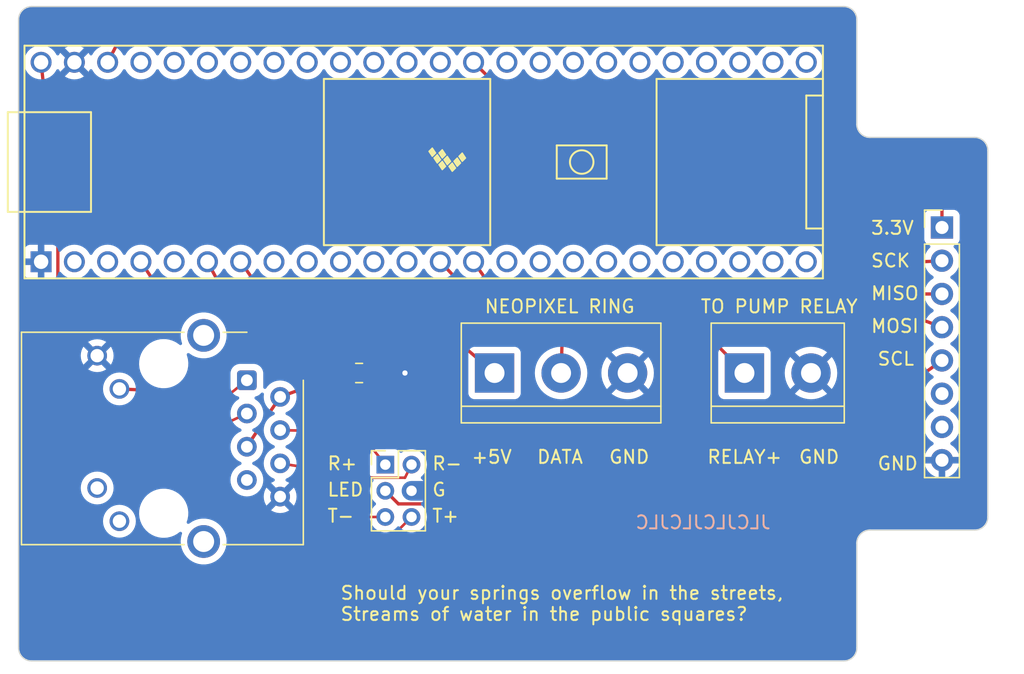
<source format=kicad_pcb>
(kicad_pcb (version 20221018) (generator pcbnew)
  (layers (0 "F.Cu" signal) (31 "B.Cu" signal) (34 "B.Paste" user) (35 "F.Paste" user) (36 "B.SilkS" user "B.Silkscreen") (37 "F.SilkS" user "F.Silkscreen") (38 "B.Mask" user) (39 "F.Mask" user) (44 "Edge.Cuts" user))
  (net 0 "")
  (net 1 "GND")
  (net 2 "Net-(C1-Pad2)")
  (net 3 "+3.3V")
  (net 4 "/SCK")
  (net 5 "/MISO")
  (net 6 "/MOSI")
  (net 7 "/SCL")
  (net 10 "/TX+")
  (net 11 "/TX-")
  (net 12 "/RX+")
  (net 13 "/RX-")
  (net 15 "/LED")
  (net 18 "+5V")
  (net 19 "/NEOPIXEL")
  (net 20 "/RELAY")
  (footprint "Capacitor_SMD:C_0805_2012Metric_Pad1.18x1.45mm_HandSolder" (layer "F.Cu") (at 125.5 65.5 180)
    (fp_text reference "C1" hide)
    (fp_text value "0.1uF")
    (fp_line (start -0.261252 -0.735) (end 0.261252 -0.735) (stroke (width 0.12)) (layer "F.SilkS"))
    (fp_line (start -0.261252 0.735) (end 0.261252 0.735) (stroke (width 0.12)) (layer "F.SilkS"))
    (pad "1" smd roundrect (at -1.0375 0 180) (size 1.175 1.45) (layers "F.Cu" "F.Paste" "F.Mask") (roundrect_rratio 0.2127659574) (net 1 "GND"))
    (pad "2" smd roundrect (at 1.0375 0 180) (size 1.175 1.45) (layers "F.Cu" "F.Paste" "F.Mask") (roundrect_rratio 0.2127659574) (net 2 "Net-(C1-Pad2)"))
  )
  (footprint "TerminalBlock:TerminalBlock_bornier-3_P5.08mm" (layer "F.Cu") (at 135.84 65.5)
    (fp_text reference "J4" hide)
    (fp_text value "Neopixel")
    (fp_line (start -2.54 -3.81) (end 12.7 -3.81) (stroke (width 0.12)) (layer "F.SilkS"))
    (fp_line (start -2.54 2.54) (end 12.7 2.54) (stroke (width 0.12)) (layer "F.SilkS"))
    (fp_line (start -2.54 3.81) (end -2.54 -3.81) (stroke (width 0.12)) (layer "F.SilkS"))
    (fp_line (start -2.54 3.81) (end 12.7 3.81) (stroke (width 0.12)) (layer "F.SilkS"))
    (fp_line (start 12.7 3.81) (end 12.7 -3.81) (stroke (width 0.12)) (layer "F.SilkS"))
    (pad "1" thru_hole rect (at 0 0) (size 3 3) (drill 1.52) (layers "*.Cu" "*.Mask") (net 18 "+5V"))
    (pad "2" thru_hole circle (at 5.08 0) (size 3 3) (drill 1.52) (layers "*.Cu" "*.Mask") (net 19 "/NEOPIXEL"))
    (pad "3" thru_hole circle (at 10.16 0) (size 3 3) (drill 1.52) (layers "*.Cu" "*.Mask") (net 1 "GND"))
  )
  (footprint "Joels KiCad Footprint Library:Teensy41_Minimal" (layer "F.Cu") (at 130.43 49.38)
    (fp_text reference "U1" hide)
    (fp_text value "Teensy4.1_Minimal" hide)
    (fp_line (start -31.75 -3.81) (end -30.48 -3.81) (stroke (width 0.15)) (layer "F.SilkS"))
    (fp_line (start -31.75 3.81) (end -31.75 -3.81) (stroke (width 0.15)) (layer "F.SilkS"))
    (fp_line (start -30.48 -8.89) (end 30.48 -8.89) (stroke (width 0.15)) (layer "F.SilkS"))
    (fp_line (start -30.48 3.81) (end -31.75 3.81) (stroke (width 0.15)) (layer "F.SilkS"))
    (fp_line (start -30.48 8.89) (end -30.48 -8.89) (stroke (width 0.15)) (layer "F.SilkS"))
    (fp_line (start -25.4 -3.81) (end -30.48 -3.81) (stroke (width 0.15)) (layer "F.SilkS"))
    (fp_line (start -25.4 3.81) (end -30.48 3.81) (stroke (width 0.15)) (layer "F.SilkS"))
    (fp_line (start -25.4 3.81) (end -25.4 -3.81) (stroke (width 0.15)) (layer "F.SilkS"))
    (fp_line (start -7.62 -6.35) (end -7.62 6.35) (stroke (width 0.15)) (layer "F.SilkS"))
    (fp_line (start -7.62 6.35) (end 5.08 6.35) (stroke (width 0.15)) (layer "F.SilkS"))
    (fp_line (start 5.08 -6.35) (end -7.62 -6.35) (stroke (width 0.15)) (layer "F.SilkS"))
    (fp_line (start 5.08 6.35) (end 5.08 -6.35) (stroke (width 0.15)) (layer "F.SilkS"))
    (fp_line (start 10.16 -1.27) (end 13.97 -1.27) (stroke (width 0.15)) (layer "F.SilkS"))
    (fp_line (start 10.16 1.27) (end 10.16 -1.27) (stroke (width 0.15)) (layer "F.SilkS"))
    (fp_line (start 13.97 -1.27) (end 13.97 1.27) (stroke (width 0.15)) (layer "F.SilkS"))
    (fp_line (start 13.97 1.27) (end 10.16 1.27) (stroke (width 0.15)) (layer "F.SilkS"))
    (fp_line (start 17.78 -6.35) (end 17.78 6.35) (stroke (width 0.15)) (layer "F.SilkS"))
    (fp_line (start 17.78 6.35) (end 30.48 6.35) (stroke (width 0.15)) (layer "F.SilkS"))
    (fp_line (start 29.21 -5.08) (end 29.21 5.08) (stroke (width 0.15)) (layer "F.SilkS"))
    (fp_line (start 29.21 5.08) (end 30.48 5.08) (stroke (width 0.15)) (layer "F.SilkS"))
    (fp_line (start 30.48 -8.89) (end 30.48 8.89) (stroke (width 0.15)) (layer "F.SilkS"))
    (fp_line (start 30.48 -6.35) (end 17.78 -6.35) (stroke (width 0.15)) (layer "F.SilkS"))
    (fp_line (start 30.48 -5.08) (end 29.21 -5.08) (stroke (width 0.15)) (layer "F.SilkS"))
    (fp_line (start 30.48 8.89) (end -30.48 8.89) (stroke (width 0.15)) (layer "F.SilkS"))
    (fp_circle (center 12.065 0) (end 12.7 -0.635) (stroke (width 0.15)) (fill none) (layer "F.SilkS"))
    (fp_poly (pts (xy 0.911 -0.688) (xy 0.657 -0.434) (xy 0.403 -0.815) (xy 0.657 -1.069)) (stroke (width 0.1)) (fill solid) (layer "F.SilkS"))
    (fp_poly (pts (xy 1.292 -0.18) (xy 1.038 0.074) (xy 0.784 -0.307) (xy 1.038 -0.561)) (stroke (width 0.1)) (fill solid) (layer "F.SilkS"))
    (fp_poly (pts (xy 1.673 -0.561) (xy 1.419 -0.307) (xy 1.165 -0.688) (xy 1.419 -0.942)) (stroke (width 0.1)) (fill solid) (layer "F.SilkS"))
    (fp_poly (pts (xy 1.673 0.328) (xy 1.419 0.582) (xy 1.165 0.201) (xy 1.419 -0.053)) (stroke (width 0.1)) (fill solid) (layer "F.SilkS"))
    (fp_poly (pts (xy 2.054 -0.053) (xy 1.8 0.201) (xy 1.546 -0.18) (xy 1.8 -0.434)) (stroke (width 0.1)) (fill solid) (layer "F.SilkS"))
    (fp_poly (pts (xy 2.435 0.455) (xy 2.181 0.709) (xy 1.927 0.328) (xy 2.181 0.074)) (stroke (width 0.1)) (fill solid) (layer "F.SilkS"))
    (fp_poly (pts (xy 2.816 0.074) (xy 2.562 0.328) (xy 2.308 -0.053) (xy 2.562 -0.307)) (stroke (width 0.1)) (fill solid) (layer "F.SilkS"))
    (fp_poly (pts (xy 3.197 -0.307) (xy 2.943 -0.053) (xy 2.689 -0.434) (xy 2.943 -0.688)) (stroke (width 0.1)) (fill solid) (layer "F.SilkS"))
    (pad "1" thru_hole rect (at -29.21 7.62) (size 1.6 1.6) (drill 1.1) (layers "*.Cu" "*.Mask") (net 1 "GND"))
    (pad "2" thru_hole circle (at -26.67 7.62) (size 1.6 1.6) (drill 1.1) (layers "*.Cu" "*.Mask"))
    (pad "3" thru_hole circle (at -24.13 7.62) (size 1.6 1.6) (drill 1.1) (layers "*.Cu" "*.Mask"))
    (pad "4" thru_hole circle (at -21.59 7.62) (size 1.6 1.6) (drill 1.1) (layers "*.Cu" "*.Mask") (net 7 "/SCL"))
    (pad "5" thru_hole circle (at -19.05 7.62) (size 1.6 1.6) (drill 1.1) (layers "*.Cu" "*.Mask"))
    (pad "6" thru_hole circle (at -16.51 7.62) (size 1.6 1.6) (drill 1.1) (layers "*.Cu" "*.Mask") (net 19 "/NEOPIXEL"))
    (pad "7" thru_hole circle (at -13.97 7.62) (size 1.6 1.6) (drill 1.1) (layers "*.Cu" "*.Mask") (net 20 "/RELAY"))
    (pad "8" thru_hole circle (at -11.43 7.62) (size 1.6 1.6) (drill 1.1) (layers "*.Cu" "*.Mask"))
    (pad "9" thru_hole circle (at -8.89 7.62) (size 1.6 1.6) (drill 1.1) (layers "*.Cu" "*.Mask"))
    (pad "10" thru_hole circle (at -6.35 7.62) (size 1.6 1.6) (drill 1.1) (layers "*.Cu" "*.Mask"))
    (pad "11" thru_hole circle (at -3.81 7.62) (size 1.6 1.6) (drill 1.1) (layers "*.Cu" "*.Mask"))
    (pad "12" thru_hole circle (at -1.27 7.62) (size 1.6 1.6) (drill 1.1) (layers "*.Cu" "*.Mask"))
    (pad "13" thru_hole circle (at 1.27 7.62) (size 1.6 1.6) (drill 1.1) (layers "*.Cu" "*.Mask") (net 6 "/MOSI"))
    (pad "14" thru_hole circle (at 3.81 7.62) (size 1.6 1.6) (drill 1.1) (layers "*.Cu" "*.Mask") (net 5 "/MISO"))
    (pad "15" thru_hole circle (at 6.35 7.62) (size 1.6 1.6) (drill 1.1) (layers "*.Cu" "*.Mask"))
    (pad "16" thru_hole circle (at 8.89 7.62) (size 1.6 1.6) (drill 1.1) (layers "*.Cu" "*.Mask"))
    (pad "17" thru_hole circle (at 11.43 7.62) (size 1.6 1.6) (drill 1.1) (layers "*.Cu" "*.Mask"))
    (pad "18" thru_hole circle (at 13.97 7.62) (size 1.6 1.6) (drill 1.1) (layers "*.Cu" "*.Mask"))
    (pad "19" thru_hole circle (at 16.51 7.62) (size 1.6 1.6) (drill 1.1) (layers "*.Cu" "*.Mask"))
    (pad "20" thru_hole circle (at 19.05 7.62) (size 1.6 1.6) (drill 1.1) (layers "*.Cu" "*.Mask"))
    (pad "21" thru_hole circle (at 21.59 7.62) (size 1.6 1.6) (drill 1.1) (layers "*.Cu" "*.Mask"))
    (pad "22" thru_hole circle (at 24.13 7.62) (size 1.6 1.6) (drill 1.1) (layers "*.Cu" "*.Mask"))
    (pad "23" thru_hole circle (at 26.67 7.62) (size 1.6 1.6) (drill 1.1) (layers "*.Cu" "*.Mask"))
    (pad "24" thru_hole circle (at 29.21 7.62) (size 1.6 1.6) (drill 1.1) (layers "*.Cu" "*.Mask"))
    (pad "25" thru_hole circle (at 29.21 -7.62) (size 1.6 1.6) (drill 1.1) (layers "*.Cu" "*.Mask"))
    (pad "26" thru_hole circle (at 26.67 -7.62) (size 1.6 1.6) (drill 1.1) (layers "*.Cu" "*.Mask"))
    (pad "27" thru_hole circle (at 24.13 -7.62) (size 1.6 1.6) (drill 1.1) (layers "*.Cu" "*.Mask"))
    (pad "28" thru_hole circle (at 21.59 -7.62) (size 1.6 1.6) (drill 1.1) (layers "*.Cu" "*.Mask"))
    (pad "29" thru_hole circle (at 19.05 -7.62) (size 1.6 1.6) (drill 1.1) (layers "*.Cu" "*.Mask"))
    (pad "30" thru_hole circle (at 16.51 -7.62) (size 1.6 1.6) (drill 1.1) (layers "*.Cu" "*.Mask"))
    (pad "31" thru_hole circle (at 13.97 -7.62) (size 1.6 1.6) (drill 1.1) (layers "*.Cu" "*.Mask"))
    (pad "32" thru_hole circle (at 11.43 -7.62) (size 1.6 1.6) (drill 1.1) (layers "*.Cu" "*.Mask"))
    (pad "33" thru_hole circle (at 8.89 -7.62) (size 1.6 1.6) (drill 1.1) (layers "*.Cu" "*.Mask"))
    (pad "34" thru_hole circle (at 6.35 -7.62) (size 1.6 1.6) (drill 1.1) (layers "*.Cu" "*.Mask"))
    (pad "35" thru_hole circle (at 3.81 -7.62) (size 1.6 1.6) (drill 1.1) (layers "*.Cu" "*.Mask") (net 4 "/SCK"))
    (pad "36" thru_hole circle (at 1.27 -7.62) (size 1.6 1.6) (drill 1.1) (layers "*.Cu" "*.Mask"))
    (pad "37" thru_hole circle (at -1.27 -7.62) (size 1.6 1.6) (drill 1.1) (layers "*.Cu" "*.Mask"))
    (pad "38" thru_hole circle (at -3.81 -7.62) (size 1.6 1.6) (drill 1.1) (layers "*.Cu" "*.Mask"))
    (pad "39" thru_hole circle (at -6.35 -7.62) (size 1.6 1.6) (drill 1.1) (layers "*.Cu" "*.Mask"))
    (pad "40" thru_hole circle (at -8.89 -7.62) (size 1.6 1.6) (drill 1.1) (layers "*.Cu" "*.Mask"))
    (pad "41" thru_hole circle (at -11.43 -7.62) (size 1.6 1.6) (drill 1.1) (layers "*.Cu" "*.Mask"))
    (pad "42" thru_hole circle (at -13.97 -7.62) (size 1.6 1.6) (drill 1.1) (layers "*.Cu" "*.Mask"))
    (pad "43" thru_hole circle (at -16.51 -7.62) (size 1.6 1.6) (drill 1.1) (layers "*.Cu" "*.Mask"))
    (pad "44" thru_hole circle (at -19.05 -7.62) (size 1.6 1.6) (drill 1.1) (layers "*.Cu" "*.Mask"))
    (pad "45" thru_hole circle (at -21.59 -7.62) (size 1.6 1.6) (drill 1.1) (layers "*.Cu" "*.Mask"))
    (pad "46" thru_hole circle (at -24.13 -7.62) (size 1.6 1.6) (drill 1.1) (layers "*.Cu" "*.Mask") (net 3 "+3.3V"))
    (pad "47" thru_hole circle (at -26.67 -7.62) (size 1.6 1.6) (drill 1.1) (layers "*.Cu" "*.Mask") (net 1 "GND"))
    (pad "48" thru_hole circle (at -29.21 -7.62) (size 1.6 1.6) (drill 1.1) (layers "*.Cu" "*.Mask") (net 18 "+5V"))
  )
  (footprint "Connector_PinHeader_2.00mm:PinHeader_2x03_P2.00mm_Vertical" (layer "F.Cu") (at 127.5 72.5)
    (fp_text reference "J3" hide)
    (fp_text value "Conn_02x03_Counter_Clockwise")
    (fp_line (start -1.06 -1.06) (end 0 -1.06) (stroke (width 0.12)) (layer "F.SilkS"))
    (fp_line (start -1.06 0) (end -1.06 -1.06) (stroke (width 0.12)) (layer "F.SilkS"))
    (fp_line (start -1.06 1) (end -1.06 5.06) (stroke (width 0.12)) (layer "F.SilkS"))
    (fp_line (start -1.06 1) (end 1 1) (stroke (width 0.12)) (layer "F.SilkS"))
    (fp_line (start -1.06 5.06) (end 3.06 5.06) (stroke (width 0.12)) (layer "F.SilkS"))
    (fp_line (start 1 -1.06) (end 3.06 -1.06) (stroke (width 0.12)) (layer "F.SilkS"))
    (fp_line (start 1 1) (end 1 -1.06) (stroke (width 0.12)) (layer "F.SilkS"))
    (fp_line (start 3.06 -1.06) (end 3.06 5.06) (stroke (width 0.12)) (layer "F.SilkS"))
    (pad "1" thru_hole rect (at 0 0) (size 1.35 1.35) (drill 0.8) (layers "*.Cu" "*.Mask") (net 12 "/RX+"))
    (pad "2" thru_hole oval (at 2 0) (size 1.35 1.35) (drill 0.8) (layers "*.Cu" "*.Mask") (net 13 "/RX-"))
    (pad "3" thru_hole oval (at 0 2) (size 1.35 1.35) (drill 0.8) (layers "*.Cu" "*.Mask") (net 15 "/LED"))
    (pad "4" thru_hole oval (at 2 2) (size 1.35 1.35) (drill 0.8) (layers "*.Cu" "*.Mask") (net 1 "GND"))
    (pad "5" thru_hole oval (at 0 4) (size 1.35 1.35) (drill 0.8) (layers "*.Cu" "*.Mask") (net 11 "/TX-"))
    (pad "6" thru_hole oval (at 2 4) (size 1.35 1.35) (drill 0.8) (layers "*.Cu" "*.Mask") (net 10 "/TX+"))
  )
  (footprint "Connector_RJ:RJ45_Cetus_J1B1211CCD_Horizontal" (layer "F.Cu") (at 116.93 66.055 -90)
    (fp_text reference "J2" hide)
    (fp_text value "RJ45_LED_Shielded")
    (fp_line (start -3.67 0) (end -3.67 1.81) (stroke (width 0.12)) (layer "F.SilkS"))
    (fp_line (start -3.67 4.8) (end -3.67 17.21) (stroke (width 0.12)) (layer "F.SilkS"))
    (fp_line (start 0 -4.31) (end 12.56 -4.31) (stroke (width 0.12)) (layer "F.SilkS"))
    (fp_line (start 12.56 -4.31) (end 12.56 1.81) (stroke (width 0.12)) (layer "F.SilkS"))
    (fp_line (start 12.56 4.79) (end 12.56 17.21) (stroke (width 0.12)) (layer "F.SilkS"))
    (fp_line (start 12.56 17.21) (end -3.67 17.21) (stroke (width 0.12)) (layer "F.SilkS"))
    (pad "" np_thru_hole circle (at -1.27 6.35 270) (size 3.25 3.25) (drill 3.25) (layers "*.Cu" "*.Mask"))
    (pad "" np_thru_hole circle (at 10.16 6.35 270) (size 3.25 3.25) (drill 3.25) (layers "*.Cu" "*.Mask"))
    (pad "1" thru_hole roundrect (at 0 0 270) (size 1.5 1.5) (drill 0.9) (layers "*.Cu" "*.Mask") (roundrect_rratio 0.167) (net 10 "/TX+"))
    (pad "2" thru_hole circle (at 1.27 -2.54 270) (size 1.5 1.5) (drill 0.9) (layers "*.Cu" "*.Mask") (net 2 "Net-(C1-Pad2)"))
    (pad "3" thru_hole circle (at 2.54 0 270) (size 1.5 1.5) (drill 0.9) (layers "*.Cu" "*.Mask") (net 11 "/TX-"))
    (pad "4" thru_hole circle (at 3.81 -2.54 270) (size 1.5 1.5) (drill 0.9) (layers "*.Cu" "*.Mask") (net 12 "/RX+"))
    (pad "5" thru_hole circle (at 5.08 0 270) (size 1.5 1.5) (drill 0.9) (layers "*.Cu" "*.Mask") (net 2 "Net-(C1-Pad2)"))
    (pad "6" thru_hole circle (at 6.35 -2.54 270) (size 1.5 1.5) (drill 0.9) (layers "*.Cu" "*.Mask") (net 13 "/RX-"))
    (pad "7" thru_hole circle (at 7.62 0 270) (size 1.5 1.5) (drill 0.9) (layers "*.Cu" "*.Mask"))
    (pad "8" thru_hole circle (at 8.89 -2.54 270) (size 1.5 1.5) (drill 0.9) (layers "*.Cu" "*.Mask") (net 1 "GND"))
    (pad "9" thru_hole circle (at -1.88 11.43 270) (size 1.5 1.5) (drill 1.02) (layers "*.Cu" "*.Mask") (net 1 "GND"))
    (pad "10" thru_hole circle (at 0.66 9.73 270) (size 1.5 1.5) (drill 1.02) (layers "*.Cu" "*.Mask") (net 15 "/LED"))
    (pad "11" thru_hole circle (at 8.23 11.43 270) (size 1.5 1.5) (drill 1.02) (layers "*.Cu" "*.Mask"))
    (pad "12" thru_hole circle (at 10.77 9.73 270) (size 1.5 1.5) (drill 1.02) (layers "*.Cu" "*.Mask"))
    (pad "13" thru_hole circle (at -3.43 3.3 270) (size 2.5 2.5) (drill 1.6) (layers "*.Cu" "*.Mask"))
    (pad "13" thru_hole circle (at 12.32 3.3 270) (size 2.5 2.5) (drill 1.6) (layers "*.Cu" "*.Mask"))
  )
  (footprint "Connector_PinHeader_2.54mm:PinHeader_1x08_P2.54mm_Vertical" (layer "F.Cu") (at 170 54.38)
    (fp_text reference "J1" hide)
    (fp_text value "PN532 Interface")
    (fp_line (start -1.33 -1.33) (end 0 -1.33) (stroke (width 0.12)) (layer "F.SilkS"))
    (fp_line (start -1.33 0) (end -1.33 -1.33) (stroke (width 0.12)) (layer "F.SilkS"))
    (fp_line (start -1.33 1.27) (end -1.33 19.11) (stroke (width 0.12)) (layer "F.SilkS"))
    (fp_line (start -1.33 1.27) (end 1.33 1.27) (stroke (width 0.12)) (layer "F.SilkS"))
    (fp_line (start -1.33 19.11) (end 1.33 19.11) (stroke (width 0.12)) (layer "F.SilkS"))
    (fp_line (start 1.33 1.27) (end 1.33 19.11) (stroke (width 0.12)) (layer "F.SilkS"))
    (pad "1" thru_hole rect (at 0 0) (size 1.7 1.7) (drill 1) (layers "*.Cu" "*.Mask") (net 3 "+3.3V"))
    (pad "2" thru_hole oval (at 0 2.54) (size 1.7 1.7) (drill 1) (layers "*.Cu" "*.Mask") (net 4 "/SCK"))
    (pad "3" thru_hole oval (at 0 5.08) (size 1.7 1.7) (drill 1) (layers "*.Cu" "*.Mask") (net 5 "/MISO"))
    (pad "4" thru_hole oval (at 0 7.62) (size 1.7 1.7) (drill 1) (layers "*.Cu" "*.Mask") (net 6 "/MOSI"))
    (pad "5" thru_hole oval (at 0 10.16) (size 1.7 1.7) (drill 1) (layers "*.Cu" "*.Mask") (net 7 "/SCL"))
    (pad "6" thru_hole oval (at 0 12.7) (size 1.7 1.7) (drill 1) (layers "*.Cu" "*.Mask"))
    (pad "7" thru_hole oval (at 0 15.24) (size 1.7 1.7) (drill 1) (layers "*.Cu" "*.Mask"))
    (pad "8" thru_hole oval (at 0 17.78) (size 1.7 1.7) (drill 1) (layers "*.Cu" "*.Mask") (net 1 "GND"))
  )
  (footprint "TerminalBlock:TerminalBlock_bornier-2_P5.08mm" (layer "F.Cu") (at 154.92 65.5)
    (fp_text reference "J5" hide)
    (fp_text value "Relay")
    (fp_line (start -2.54 -3.81) (end -2.54 3.81) (stroke (width 0.12)) (layer "F.SilkS"))
    (fp_line (start -2.54 3.81) (end 7.62 3.81) (stroke (width 0.12)) (layer "F.SilkS"))
    (fp_line (start 7.62 -3.81) (end -2.54 -3.81) (stroke (width 0.12)) (layer "F.SilkS"))
    (fp_line (start 7.62 2.54) (end -2.54 2.54) (stroke (width 0.12)) (layer "F.SilkS"))
    (fp_line (start 7.62 3.81) (end 7.62 -3.81) (stroke (width 0.12)) (layer "F.SilkS"))
    (pad "1" thru_hole rect (at 0 0) (size 3 3) (drill 1.52) (layers "*.Cu" "*.Mask") (net 20 "/RELAY"))
    (pad "2" thru_hole circle (at 5.08 0) (size 3 3) (drill 1.52) (layers "*.Cu" "*.Mask") (net 1 "GND"))
  )
  (gr_line (start 162.5 87.5) (end 100.5 87.5) (stroke (width 0.1)) (layer "Edge.Cuts"))
  (gr_line (start 99.5 38.5) (end 99.5 86.5) (stroke (width 0.1)) (layer "Edge.Cuts"))
  (gr_line (start 163.5 86.5) (end 163.5 78.5) (stroke (width 0.1)) (layer "Edge.Cuts"))
  (gr_arc (start 163.5 86.5) (mid 163.207107 87.207107) (end 162.5 87.5) (stroke (width 0.1)) (layer "Edge.Cuts"))
  (gr_arc (start 172.5 47.5) (mid 173.207107 47.792893) (end 173.5 48.5) (stroke (width 0.1)) (layer "Edge.Cuts"))
  (gr_line (start 100.5 37.5) (end 162.5 37.5) (stroke (width 0.1)) (layer "Edge.Cuts"))
  (gr_line (start 172.5 47.5) (end 164.5 47.5) (stroke (width 0.1)) (layer "Edge.Cuts"))
  (gr_arc (start 164.5 47.5) (mid 163.792893 47.207107) (end 163.5 46.5) (stroke (width 0.1)) (layer "Edge.Cuts"))
  (gr_arc (start 162.5 37.5) (mid 163.207107 37.792893) (end 163.5 38.5) (stroke (width 0.1)) (layer "Edge.Cuts"))
  (gr_arc (start 99.5 38.5) (mid 99.792893 37.792893) (end 100.5 37.5) (stroke (width 0.1)) (layer "Edge.Cuts"))
  (gr_arc (start 163.5 78.5) (mid 163.792893 77.792893) (end 164.5 77.5) (stroke (width 0.1)) (layer "Edge.Cuts"))
  (gr_line (start 163.5 46.5) (end 163.5 38.5) (stroke (width 0.1)) (layer "Edge.Cuts"))
  (gr_arc (start 173.5 76.5) (mid 173.207107 77.207107) (end 172.5 77.5) (stroke (width 0.1)) (layer "Edge.Cuts"))
  (gr_arc (start 100.5 87.5) (mid 99.792893 87.207107) (end 99.5 86.5) (stroke (width 0.1)) (layer "Edge.Cuts"))
  (gr_line (start 173.5 48.5) (end 173.5 76.5) (stroke (width 0.1)) (layer "Edge.Cuts"))
  (gr_line (start 164.5 77.5) (end 172.5 77.5) (stroke (width 0.1)) (layer "Edge.Cuts"))
  (gr_text "JLCJLCJLCJLC" (at 157 77.5) (layer "B.SilkS") (effects (font (size 1 1)) (justify left bottom mirror)))
  (gr_text "+5V" (at 134 72.5) (layer "F.SilkS") (effects (font (size 1 1)) (justify left bottom)))
  (gr_text "GND" (at 144.5 72.5) (layer "F.SilkS") (effects (font (size 1 1)) (justify left bottom)))
  (gr_text "SCK" (at 164.5 57.5) (layer "F.SilkS") (effects (font (size 1 1)) (justify left bottom)))
  (gr_text "NEOPIXEL RING" (at 135 61) (layer "F.SilkS") (effects (font (size 1 1)) (justify left bottom)))
  (gr_text "SCL" (at 165 65) (layer "F.SilkS") (effects (font (size 1 1)) (justify left bottom)))
  (gr_text "T-" (at 123 77) (layer "F.SilkS") (effects (font (size 1 1)) (justify left bottom)))
  (gr_text "LED" (at 123 75) (layer "F.SilkS") (effects (font (size 1 1)) (justify left bottom)))
  (gr_text "MOSI" (at 164.5 62.5) (layer "F.SilkS") (effects (font (size 1 1)) (justify left bottom)))
  (gr_text "G" (at 131 75) (layer "F.SilkS") (effects (font (size 1 1)) (justify left bottom)))
  (gr_text "3.3V" (at 164.5 55) (layer "F.SilkS") (effects (font (size 1 1)) (justify left bottom)))
  (gr_text "T+" (at 131 77) (layer "F.SilkS") (effects (font (size 1 1)) (justify left bottom)))
  (gr_text "TO PUMP RELAY" (at 151.5 61) (layer "F.SilkS") (effects (font (size 1 1)) (justify left bottom)))
  (gr_text "R-" (at 131 73) (layer "F.SilkS") (effects (font (size 1 1)) (justify left bottom)))
  (gr_text "DATA" (at 139 72.5) (layer "F.SilkS") (effects (font (size 1 1)) (justify left bottom)))
  (gr_text "GND" (at 159 72.5) (layer "F.SilkS") (effects (font (size 1 1)) (justify left bottom)))
  (gr_text "Should your springs overflow in the streets, \nStreams of water in the public squares?" (at 124 84.5) (layer "F.SilkS") (effects (font (size 1 1)) (justify left bottom)))
  (gr_text "MISO" (at 164.5 60) (layer "F.SilkS") (effects (font (size 1 1)) (justify left bottom)))
  (gr_text "GND" (at 165 73) (layer "F.SilkS") (effects (font (size 1 1)) (justify left bottom)))
  (gr_text "RELAY+" (at 152 72.5) (layer "F.SilkS") (effects (font (size 1 1)) (justify left bottom)))
  (gr_text "R+" (at 123 73) (layer "F.SilkS") (effects (font (size 1 1)) (justify left bottom)))
  (segment (start 126.5375 65.5) (end 129 65.5) (width 0.25) (layer "F.Cu") (net 1))
  (via (at 129 65.5) (size 0.8) (drill 0.4) (layers "F.Cu" "B.Cu") (net 1))
  (segment (start 129.5 74.5) (end 131 74.5) (width 1.5) (layer "B.Cu") (net 1))
  (segment (start 116.93 71.135) (end 118 69.5) (width 0.25) (layer "F.Cu") (net 2))
  (segment (start 118 69.5) (end 119.47 67.325) (width 0.25) (layer "F.Cu") (net 2))
  (segment (start 119.47 67.325) (end 124.4625 65.5) (width 0.25) (layer "F.Cu") (net 2))
  (segment (start 170 50.5) (end 169 49) (width 0.25) (layer "F.Cu") (net 3))
  (segment (start 164.5 49) (end 162.5 47.5) (width 0.25) (layer "F.Cu") (net 3))
  (segment (start 162.5 41) (end 161 38.5) (width 0.25) (layer "F.Cu") (net 3))
  (segment (start 169 49) (end 164.5 49) (width 0.25) (layer "F.Cu") (net 3))
  (segment (start 161 38.5) (end 108 38.5) (width 0.25) (layer "F.Cu") (net 3))
  (segment (start 170 54.38) (end 170 50.5) (width 0.25) (layer "F.Cu") (net 3))
  (segment (start 162.5 47.5) (end 162.5 41) (width 0.25) (layer "F.Cu") (net 3))
  (segment (start 108 38.5) (end 106.3 41.76) (width 0.25) (layer "F.Cu") (net 3))
  (segment (start 136 43.5) (end 156 43.5) (width 0.25) (layer "F.Cu") (net 4))
  (segment (start 156 43.5) (end 168.5 57) (width 0.25) (layer "F.Cu") (net 4))
  (segment (start 168.5 57) (end 170 56.92) (width 0.25) (layer "F.Cu") (net 4))
  (segment (start 134.24 41.76) (end 136 43.5) (width 0.25) (layer "F.Cu") (net 4))
  (segment (start 136 59.5) (end 134.24 57) (width 0.25) (layer "F.Cu") (net 5))
  (segment (start 170 59.46) (end 136 59.5) (width 0.25) (layer "F.Cu") (net 5))
  (segment (start 131.7 57) (end 135 60.5) (width 0.25) (layer "F.Cu") (net 6))
  (segment (start 166 60.5) (end 170 62) (width 0.25) (layer "F.Cu") (net 6))
  (segment (start 135 60.5) (end 166 60.5) (width 0.25) (layer "F.Cu") (net 6))
  (segment (start 138.5 64) (end 138.5 67) (width 0.25) (layer "F.Cu") (net 7))
  (segment (start 134.5 63) (end 137.5 63) (width 0.25) (layer "F.Cu") (net 7))
  (segment (start 110.5 59.5) (end 130.5 59.5) (width 0.25) (layer "F.Cu") (net 7))
  (segment (start 138.5 67) (end 139.5 68.5) (width 0.25) (layer "F.Cu") (net 7))
  (segment (start 130.5 59.5) (end 134.5 63) (width 0.25) (layer "F.Cu") (net 7))
  (segment (start 164.5 68.5) (end 170 64.54) (width 0.25) (layer "F.Cu") (net 7))
  (segment (start 137.5 63) (end 138.5 64) (width 0.25) (layer "F.Cu") (net 7))
  (segment (start 108.84 57) (end 110.5 59.5) (width 0.25) (layer "F.Cu") (net 7))
  (segment (start 139.5 68.5) (end 164.5 68.5) (width 0.25) (layer "F.Cu") (net 7))
  (segment (start 114.5 75.5) (end 116.5 78) (width 0.2) (layer "F.Cu") (net 10))
  (segment (start 114.5 68) (end 114.5 75.5) (width 0.2) (layer "F.Cu") (net 10))
  (segment (start 128 78) (end 129.5 76.5) (width 0.2) (layer "F.Cu") (net 10))
  (segment (start 116.93 66.055) (end 114.5 68) (width 0.2) (layer "F.Cu") (net 10))
  (segment (start 116.5 78) (end 128 78) (width 0.2) (layer "F.Cu") (net 10))
  (segment (start 124.7 76.8) (end 124.7 77.2) (width 0.2) (layer "F.Cu") (net 11))
  (segment (start 127.5 76.5) (end 125 76.5) (width 0.2) (layer "F.Cu") (net 11))
  (segment (start 115 75) (end 115 69.5) (width 0.2) (layer "F.Cu") (net 11))
  (segment (start 124.1 76.8) (end 124.1 75.8) (width 0.2) (layer "F.Cu") (net 11))
  (segment (start 124.1 77.2) (end 124.1 76.8) (width 0.2) (layer "F.Cu") (net 11))
  (segment (start 123.5 76.5) (end 123.5 77.2) (width 0.2) (layer "F.Cu") (net 11))
  (segment (start 115 69.5) (end 116.93 68.595) (width 0.2) (layer "F.Cu") (net 11))
  (segment (start 122 76.5) (end 121.127287 76.5) (width 0.2) (layer "F.Cu") (net 11))
  (segment (start 116.5 76.5) (end 115 75) (width 0.2) (layer "F.Cu") (net 11))
  (segment (start 123.5 75.8) (end 123.5 76.5) (width 0.2) (layer "F.Cu") (net 11))
  (segment (start 121.127287 76.5) (end 116.5 76.5) (width 0.2) (layer "F.Cu") (net 11))
  (segment (start 122.3 75.8) (end 122.3 76.2) (width 0.2) (layer "F.Cu") (net 11))
  (segment (start 122.9 77.2) (end 122.9 76.5) (width 0.2) (layer "F.Cu") (net 11))
  (segment (start 122.9 76.5) (end 122.9 75.8) (width 0.2) (layer "F.Cu") (net 11))
  (arc (start 125 76.5) (mid 124.787868 76.587868) (end 124.7 76.8) (width 0.2) (layer "F.Cu") (net 11))
  (arc (start 124.1 75.8) (mid 124.012132 75.587868) (end 123.8 75.5) (width 0.2) (layer "F.Cu") (net 11))
  (arc (start 124.4 77.5) (mid 124.187868 77.412132) (end 124.1 77.2) (width 0.2) (layer "F.Cu") (net 11))
  (arc (start 123.8 75.5) (mid 123.587868 75.587868) (end 123.5 75.8) (width 0.2) (layer "F.Cu") (net 11))
  (arc (start 122.9 75.8) (mid 122.812132 75.587868) (end 122.6 75.5) (width 0.2) (layer "F.Cu") (net 11))
  (arc (start 123.5 77.2) (mid 123.412132 77.412132) (end 123.2 77.5) (width 0.2) (layer "F.Cu") (net 11))
  (arc (start 122.3 76.2) (mid 122.212132 76.412132) (end 122 76.5) (width 0.2) (layer "F.Cu") (net 11))
  (arc (start 122.6 75.5) (mid 122.387868 75.587868) (end 122.3 75.8) (width 0.2) (layer "F.Cu") (net 11))
  (arc (start 124.7 77.2) (mid 124.612132 77.412132) (end 124.4 77.5) (width 0.2) (layer "F.Cu") (net 11))
  (arc (start 123.2 77.5) (mid 122.987868 77.412132) (end 122.9 77.2) (width 0.2) (layer "F.Cu") (net 11))
  (segment (start 123.806639 69.662015) (end 123.80664 69.662015) (width 0.2) (layer "F.Cu") (net 12))
  (segment (start 124.699698 69.982085) (end 124.699699 69.982083) (width 0.2) (layer "F.Cu") (net 12))
  (segment (start 124.122232 68.968906) (end 124.122233 68.968906) (width 0.2) (layer "F.Cu") (net 12))
  (segment (start 124.699697 69.982085) (end 124.699698 69.982085) (width 0.2) (layer "F.Cu") (net 12))
  (segment (start 125.5 70) (end 127.5 72.5) (width 0.2) (layer "F.Cu") (net 12))
  (segment (start 119.47 69.865) (end 123.5 69.955224) (width 0.2) (layer "F.Cu") (net 12))
  (segment (start 124.699699 69.982083) (end 125.5 70) (width 0.2) (layer "F.Cu") (net 12))
  (segment (start 124.415442 69.275545) (end 124.406489 69.675445) (width 0.2) (layer "F.Cu") (net 12))
  (segment (start 123.80664 69.662015) (end 123.815592 69.262116) (width 0.2) (layer "F.Cu") (net 12))
  (arc (start 124.122233 68.968906) (mid 124.332344 69.0615) (end 124.415442 69.275545) (width 0.2) (layer "F.Cu") (net 12))
  (arc (start 123.815592 69.262116) (mid 123.908186 69.052002) (end 124.122232 68.968906) (width 0.2) (layer "F.Cu") (net 12))
  (arc (start 124.406489 69.675445) (mid 124.489586 69.889491) (end 124.699697 69.982085) (width 0.2) (layer "F.Cu") (net 12))
  (arc (start 123.5 69.955224) (mid 123.714046 69.872126) (end 123.806639 69.662015) (width 0.2) (layer "F.Cu") (net 12))
  (segment (start 129 73.5) (end 129.5 72.5) (width 0.2) (layer "F.Cu") (net 13))
  (segment (start 119.47 72.405) (end 126.5 73.5) (width 0.2) (layer "F.Cu") (net 13))
  (segment (start 126.5 73.5) (end 129 73.5) (width 0.2) (layer "F.Cu") (net 13))
  (segment (start 113 67) (end 107.2 66.715) (width 0.25) (layer "F.Cu") (net 15))
  (segment (start 129.5 62.5) (end 118 62.5) (width 0.25) (layer "F.Cu") (net 15))
  (segment (start 130.5 75.5) (end 131 75) (width 0.25) (layer "F.Cu") (net 15))
  (segment (start 131 75) (end 131 64) (width 0.25) (layer "F.Cu") (net 15))
  (segment (start 127.5 74.5) (end 128.5 75.5) (width 0.25) (layer "F.Cu") (net 15))
  (segment (start 131 64) (end 129.5 62.5) (width 0.25) (layer "F.Cu") (net 15))
  (segment (start 128.5 75.5) (end 130.5 75.5) (width 0.25) (layer "F.Cu") (net 15))
  (segment (start 118 62.5) (end 113 67) (width 0.25) (layer "F.Cu") (net 15))
  (segment (start 103.5 60.5) (end 130 60.5) (width 0.25) (layer "F.Cu") (net 18))
  (segment (start 102.5 54) (end 102.5 59) (width 0.25) (layer "F.Cu") (net 18))
  (segment (start 102.5 59) (end 103.5 60.5) (width 0.25) (layer "F.Cu") (net 18))
  (segment (start 102.5 54) (end 101.22 41.76) (width 0.25) (layer "F.Cu") (net 18))
  (segment (start 135.84 65.5) (end 130 60.5) (width 0.25) (layer "F.Cu") (net 18))
  (segment (start 140 62) (end 134.5 62) (width 0.25) (layer "F.Cu") (net 19))
  (segment (start 134.5 62) (end 131.5 59) (width 0.25) (layer "F.Cu") (net 19))
  (segment (start 141 63) (end 140 62) (width 0.25) (layer "F.Cu") (net 19))
  (segment (start 115 59) (end 113.92 57) (width 0.25) (layer "F.Cu") (net 19))
  (segment (start 140.92 65.5) (end 141 63) (width 0.25) (layer "F.Cu") (net 19))
  (segment (start 131.5 59) (end 115 59) (width 0.25) (layer "F.Cu") (net 19))
  (segment (start 117.5 58.5) (end 132 58.5) (width 0.25) (layer "F.Cu") (net 20))
  (segment (start 151 61.5) (end 154.92 65.5) (width 0.25) (layer "F.Cu") (net 20))
  (segment (start 135 61.431802) (end 151 61.5) (width 0.25) (layer "F.Cu") (net 20))
  (segment (start 132 58.5) (end 135 61.431802) (width 0.25) (layer "F.Cu") (net 20))
  (segment (start 116.46 57) (end 117.5 58.5) (width 0.25) (layer "F.Cu") (net 20))
  (zone (net 1) (net_name "GND") (layer "B.Cu") (connect_pads (clearance 0.5)) (min_thickness 0.25) (fill yes (thermal_gap 0.5) (thermal_bridge_width 0.5))
    (polygon (pts (xy 175.5 37) (xy 175.5 88.5) (xy 98.5 88.5) (xy 98.5 37) (xy 100 37)))
  )
)
</source>
